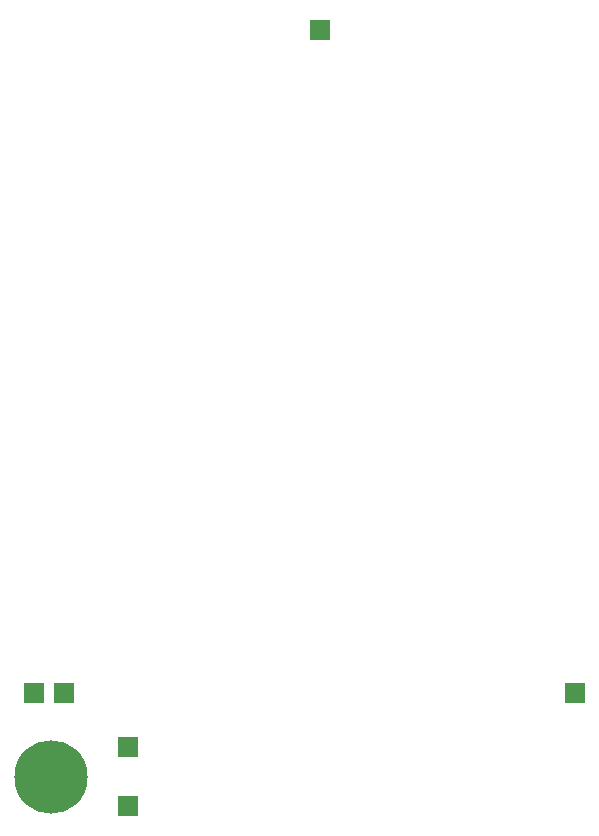
<source format=gts>
%FSLAX43Y43*%
%MOMM*%
G71*
G01*
G75*
%ADD10C,0.300*%
%ADD11C,0.600*%
%ADD12C,0.500*%
%ADD13C,6.000*%
%ADD14R,1.500X1.500*%
%ADD15R,1.600X1.000*%
%ADD16R,9.000X8.000*%
%ADD17O,4.000X2.000*%
%ADD18R,4.000X2.000*%
%ADD19C,1.000*%
%ADD20R,12.975X12.900*%
%ADD21R,12.750X8.025*%
%ADD22C,6.203*%
%ADD23R,1.703X1.703*%
D22*
X3500Y0D02*
D03*
D23*
X10025Y-2500D02*
D03*
X2100Y7075D02*
D03*
X10050Y2500D02*
D03*
X4650Y7075D02*
D03*
X26300Y63200D02*
D03*
X47850Y7075D02*
D03*
M02*

</source>
